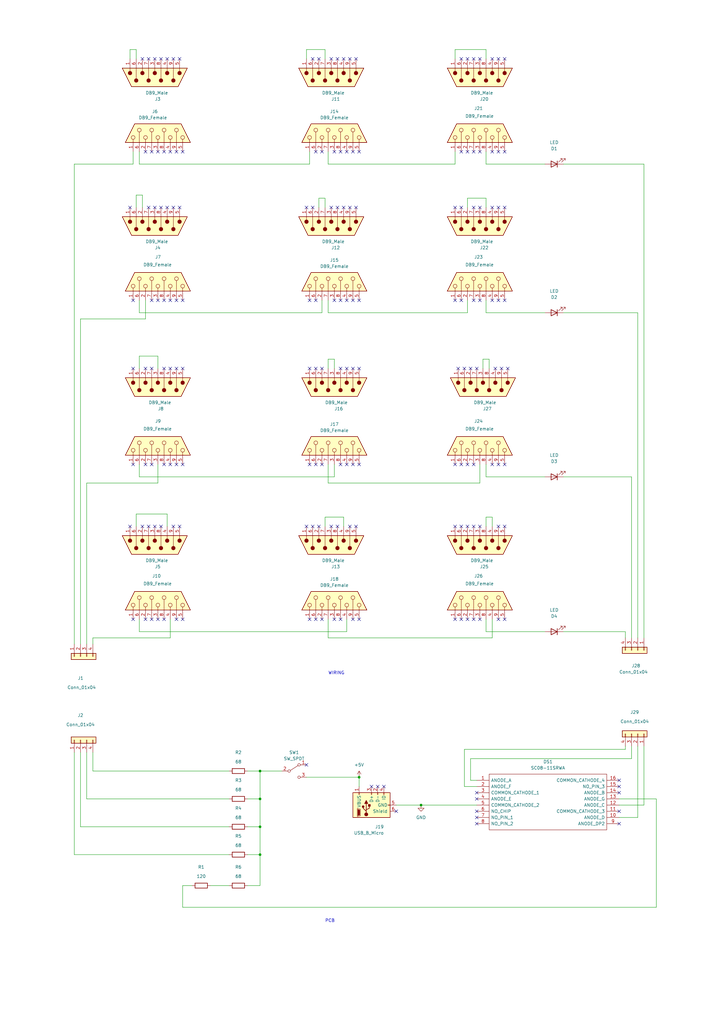
<source format=kicad_sch>
(kicad_sch (version 20211123) (generator eeschema)
  (paper "A3" portrait)
  (lib_symbols
    (symbol "Connector:DB9_Female" (pin_names (offset 1.016) hide)
      (property "Reference" "J" (at 0 13.97 0))
      (property "Value" "DB9_Female" (at 0 -14.605 0))
      (symbol "DB9_Female_0_1"
        (circle (center -1.778 -10.16) (radius 0.762))
        (circle (center -1.778 -5.08) (radius 0.762))
        (circle (center -1.778 0) (radius 0.762))
        (circle (center -1.778 5.08) (radius 0.762))
        (circle (center -1.778 10.16) (radius 0.762))
        (polyline (pts (xy -3.81 -10.16) (xy -2.54 -10.16)))
        (polyline (pts (xy -3.81 -7.62) (xy 0.508 -7.62)))
        (polyline (pts (xy -3.81 -5.08) (xy -2.54 -5.08)))
        (polyline (pts (xy -3.81 -2.54) (xy 0.508 -2.54)))
        (polyline (pts (xy -3.81 0) (xy -2.54 0)))
        (polyline (pts (xy -3.81 2.54) (xy 0.508 2.54)))
        (polyline (pts (xy -3.81 5.08) (xy -2.54 5.08)))
        (polyline (pts (xy -3.81 7.62) (xy 0.508 7.62)))
        (polyline (pts (xy -3.81 10.16) (xy -2.54 10.16)))
        (polyline (pts (xy -3.81 13.335) (xy -3.81 -13.335) (xy 3.81 -9.525) (xy 3.81 9.525) (xy -3.81 13.335)) (stroke (width 0.254)) (fill (type background)))
        (circle (center 1.27 -7.62) (radius 0.762))
        (circle (center 1.27 -2.54) (radius 0.762))
        (circle (center 1.27 2.54) (radius 0.762))
        (circle (center 1.27 7.62) (radius 0.762))
      )
      (symbol "DB9_Female_1_1"
        (pin passive line (at -7.62 10.16 0) (length 3.81) (name "1") (number "1"))
        (pin passive line (at -7.62 5.08 0) (length 3.81) (name "2") (number "2"))
        (pin passive line (at -7.62 0 0) (length 3.81) (name "3") (number "3"))
        (pin passive line (at -7.62 -5.08 0) (length 3.81) (name "4") (number "4"))
        (pin passive line (at -7.62 -10.16 0) (length 3.81) (name "5") (number "5"))
        (pin passive line (at -7.62 7.62 0) (length 3.81) (name "6") (number "6"))
        (pin passive line (at -7.62 2.54 0) (length 3.81) (name "7") (number "7"))
        (pin passive line (at -7.62 -2.54 0) (length 3.81) (name "8") (number "8"))
        (pin passive line (at -7.62 -7.62 0) (length 3.81) (name "9") (number "9"))
      )
    )
    (symbol "Connector:DB9_Male" (pin_names (offset 1.016) hide)
      (property "Reference" "J" (at 0 13.97 0))
      (property "Value" "DB9_Male" (at 0 -14.605 0))
      (symbol "DB9_Male_0_1"
        (circle (center -1.778 -10.16) (radius 0.762) (fill (type outline)))
        (circle (center -1.778 -5.08) (radius 0.762) (fill (type outline)))
        (circle (center -1.778 0) (radius 0.762) (fill (type outline)))
        (circle (center -1.778 5.08) (radius 0.762) (fill (type outline)))
        (circle (center -1.778 10.16) (radius 0.762) (fill (type outline)))
        (polyline (pts (xy -3.81 -10.16) (xy -2.54 -10.16)))
        (polyline (pts (xy -3.81 -7.62) (xy 0.508 -7.62)))
        (polyline (pts (xy -3.81 -5.08) (xy -2.54 -5.08)))
        (polyline (pts (xy -3.81 -2.54) (xy 0.508 -2.54)))
        (polyline (pts (xy -3.81 0) (xy -2.54 0)))
        (polyline (pts (xy -3.81 2.54) (xy 0.508 2.54)))
        (polyline (pts (xy -3.81 5.08) (xy -2.54 5.08)))
        (polyline (pts (xy -3.81 7.62) (xy 0.508 7.62)))
        (polyline (pts (xy -3.81 10.16) (xy -2.54 10.16)))
        (polyline (pts (xy -3.81 -13.335) (xy -3.81 13.335) (xy 3.81 9.525) (xy 3.81 -9.525) (xy -3.81 -13.335)) (stroke (width 0.254)) (fill (type background)))
        (circle (center 1.27 -7.62) (radius 0.762) (fill (type outline)))
        (circle (center 1.27 -2.54) (radius 0.762) (fill (type outline)))
        (circle (center 1.27 2.54) (radius 0.762) (fill (type outline)))
        (circle (center 1.27 7.62) (radius 0.762) (fill (type outline)))
      )
      (symbol "DB9_Male_1_1"
        (pin passive line (at -7.62 -10.16 0) (length 3.81) (name "1") (number "1"))
        (pin passive line (at -7.62 -5.08 0) (length 3.81) (name "2") (number "2"))
        (pin passive line (at -7.62 0 0) (length 3.81) (name "3") (number "3"))
        (pin passive line (at -7.62 5.08 0) (length 3.81) (name "4") (number "4"))
        (pin passive line (at -7.62 10.16 0) (length 3.81) (name "5") (number "5"))
        (pin passive line (at -7.62 -7.62 0) (length 3.81) (name "6") (number "6"))
        (pin passive line (at -7.62 -2.54 0) (length 3.81) (name "7") (number "7"))
        (pin passive line (at -7.62 2.54 0) (length 3.81) (name "8") (number "8"))
        (pin passive line (at -7.62 7.62 0) (length 3.81) (name "9") (number "9"))
      )
    )
    (symbol "Connector:USB_B_Micro" (pin_names (offset 1.016))
      (property "Reference" "J" (at -5.08 11.43 0))
      (property "Value" "USB_B_Micro" (at -5.08 8.89 0))
      (symbol "USB_B_Micro_0_1"
        (rectangle (start -5.08 -7.62) (end 5.08 7.62) (stroke (width 0.254)) (fill (type background)))
        (circle (center -3.81 2.159) (radius 0.635) (stroke (width 0.254)) (fill (type outline)))
        (circle (center -0.635 3.429) (radius 0.381) (stroke (width 0.254)) (fill (type outline)))
        (rectangle (start -0.127 -7.62) (end 0.127 -6.858))
        (polyline (pts (xy -1.905 2.159) (xy 0.635 2.159)) (stroke (width 0.254)))
        (polyline (pts (xy -3.175 2.159) (xy -2.54 2.159) (xy -1.27 3.429) (xy -0.635 3.429)) (stroke (width 0.254)))
        (polyline (pts (xy -2.54 2.159) (xy -1.905 2.159) (xy -1.27 0.889) (xy 0 0.889)) (stroke (width 0.254)))
        (polyline (pts (xy 0.635 2.794) (xy 0.635 1.524) (xy 1.905 2.159) (xy 0.635 2.794)) (stroke (width 0.254)) (fill (type outline)))
        (polyline (pts (xy -4.318 5.588) (xy -1.778 5.588) (xy -2.032 4.826) (xy -4.064 4.826) (xy -4.318 5.588)) (fill (type outline)))
        (polyline (pts (xy -4.699 5.842) (xy -4.699 5.588) (xy -4.445 4.826) (xy -4.445 4.572) (xy -1.651 4.572) (xy -1.651 4.826) (xy -1.397 5.588) (xy -1.397 5.842) (xy -4.699 5.842)))
        (rectangle (start 0.254 1.27) (end -0.508 0.508) (stroke (width 0.254)) (fill (type outline)))
        (rectangle (start 5.08 -5.207) (end 4.318 -4.953))
        (rectangle (start 5.08 -2.667) (end 4.318 -2.413))
        (rectangle (start 5.08 -0.127) (end 4.318 0.127))
        (rectangle (start 5.08 4.953) (end 4.318 5.207))
      )
      (symbol "USB_B_Micro_1_1"
        (pin power_out line (at 7.62 5.08 180) (length 2.54) (name "VBUS") (number "1"))
        (pin bidirectional line (at 7.62 -2.54 180) (length 2.54) (name "D-") (number "2"))
        (pin bidirectional line (at 7.62 0 180) (length 2.54) (name "D+") (number "3"))
        (pin passive line (at 7.62 -5.08 180) (length 2.54) (name "ID") (number "4"))
        (pin power_out line (at 0 -10.16 90) (length 2.54) (name "GND") (number "5"))
        (pin passive line (at -2.54 -10.16 90) (length 2.54) (name "Shield") (number "6"))
      )
    )
    (symbol "Connector_Generic:Conn_01x04" (pin_names (offset 1.016) hide)
      (property "Reference" "J" (at 0 5.08 0))
      (property "Value" "Conn_01x04" (at 0 -7.62 0))
      (symbol "Conn_01x04_1_1"
        (rectangle (start -1.27 -4.953) (end 0 -5.207) (stroke (width 0.1524)))
        (rectangle (start -1.27 -2.413) (end 0 -2.667) (stroke (width 0.1524)))
        (rectangle (start -1.27 0.127) (end 0 -0.127) (stroke (width 0.1524)))
        (rectangle (start -1.27 2.667) (end 0 2.413) (stroke (width 0.1524)))
        (rectangle (start -1.27 3.81) (end 1.27 -6.35) (stroke (width 0.254)) (fill (type background)))
        (pin passive line (at -5.08 2.54 0) (length 3.81) (name "Pin_1") (number "1"))
        (pin passive line (at -5.08 0 0) (length 3.81) (name "Pin_2") (number "2"))
        (pin passive line (at -5.08 -2.54 0) (length 3.81) (name "Pin_3") (number "3"))
        (pin passive line (at -5.08 -5.08 0) (length 3.81) (name "Pin_4") (number "4"))
      )
    )
    (symbol "Device:LED" (pin_numbers hide) (pin_names (offset 1.016) hide)
      (property "Reference" "D" (at 0 2.54 0))
      (property "Value" "LED" (at 0 -2.54 0))
      (symbol "LED_0_1"
        (polyline (pts (xy -1.27 -1.27) (xy -1.27 1.27)) (stroke (width 0.254)))
        (polyline (pts (xy -1.27 0) (xy 1.27 0)))
        (polyline (pts (xy 1.27 -1.27) (xy 1.27 1.27) (xy -1.27 0) (xy 1.27 -1.27)) (stroke (width 0.254)))
        (polyline (pts (xy -3.048 -0.762) (xy -4.572 -2.286) (xy -3.81 -2.286) (xy -4.572 -2.286) (xy -4.572 -1.524)))
        (polyline (pts (xy -1.778 -0.762) (xy -3.302 -2.286) (xy -2.54 -2.286) (xy -3.302 -2.286) (xy -3.302 -1.524)))
      )
      (symbol "LED_1_1"
        (pin passive line (at -3.81 0 0) (length 2.54) (name "K") (number "1"))
        (pin passive line (at 3.81 0 180) (length 2.54) (name "A") (number "2"))
      )
    )
    (symbol "Device:R" (pin_numbers hide) (pin_names (offset 0))
      (property "Reference" "R" (at 2.032 0 90))
      (property "Value" "R" (at 0 0 90))
      (symbol "R_0_1"
        (rectangle (start -1.016 -2.54) (end 1.016 2.54) (stroke (width 0.254)))
      )
      (symbol "R_1_1"
        (pin passive line (at 0 3.81 270) (length 1.27) (name "~") (number "1"))
        (pin passive line (at 0 -3.81 90) (length 1.27) (name "~") (number "2"))
      )
    )
    (symbol "Switch:SW_SPDT" (pin_names (offset 0) hide)
      (property "Reference" "SW" (at 0 4.318 0))
      (property "Value" "SW_SPDT" (at 0 -5.08 0))
      (symbol "SW_SPDT_0_0"
        (circle (center -2.032 0) (radius 0.508))
        (circle (center 2.032 -2.54) (radius 0.508))
      )
      (symbol "SW_SPDT_0_1"
        (polyline (pts (xy -1.524 0.254) (xy 1.651 2.286)))
        (circle (center 2.032 2.54) (radius 0.508))
      )
      (symbol "SW_SPDT_1_1"
        (pin passive line (at 5.08 2.54 180) (length 2.54) (name "A") (number "1"))
        (pin passive line (at -5.08 0 0) (length 2.54) (name "B") (number "2"))
        (pin passive line (at 5.08 -2.54 180) (length 2.54) (name "C") (number "3"))
      )
    )
    (symbol "_display_character:SC08-11SRWA" (pin_names (offset 0.762))
      (property "Reference" "DS" (at 24.13 7.62 0))
      (property "Value" "SC08-11SRWA" (at 24.13 5.08 0))
      (symbol "SC08-11SRWA_0_0"
        (pin passive line (at 0 0 0) (length 5.08) (name "ANODE_A") (number "1"))
        (pin passive line (at 58.42 -15.24 180) (length 5.08) (name "ANODE_D") (number "10"))
        (pin passive line (at 58.42 -12.7 180) (length 5.08) (name "COMMON_CATHODE_3") (number "11"))
        (pin passive line (at 58.42 -10.16 180) (length 5.08) (name "ANODE_C") (number "12"))
        (pin passive line (at 58.42 -7.62 180) (length 5.08) (name "ANODE_G") (number "13"))
        (pin passive line (at 58.42 -5.08 180) (length 5.08) (name "ANODE_B") (number "14"))
        (pin passive line (at 58.42 -2.54 180) (length 5.08) (name "NO_PIN_3") (number "15"))
        (pin passive line (at 58.42 0 180) (length 5.08) (name "COMMON_CATHODE_4") (number "16"))
        (pin passive line (at 0 -2.54 0) (length 5.08) (name "ANODE_F") (number "2"))
        (pin passive line (at 0 -5.08 0) (length 5.08) (name "COMMON_CATHODE_1") (number "3"))
        (pin passive line (at 0 -7.62 0) (length 5.08) (name "ANODE_E") (number "4"))
        (pin passive line (at 0 -10.16 0) (length 5.08) (name "COMMON_CATHODE_2") (number "5"))
        (pin passive line (at 0 -12.7 0) (length 5.08) (name "NO_CHIP") (number "6"))
        (pin passive line (at 0 -15.24 0) (length 5.08) (name "NO_PIN_1") (number "7"))
        (pin passive line (at 0 -17.78 0) (length 5.08) (name "NO_PIN_2") (number "8"))
        (pin passive line (at 58.42 -17.78 180) (length 5.08) (name "ANODE_DP2") (number "9"))
      )
      (symbol "SC08-11SRWA_0_1"
        (polyline (pts (xy 5.08 2.54) (xy 53.34 2.54) (xy 53.34 -20.32) (xy 5.08 -20.32) (xy 5.08 2.54)) (stroke (width 0.1524)))
      )
    )
    (symbol "power:+5V" (power) (pin_names (offset 0))
      (property "Value" "+5V" (at 0 3.556 0))
      (symbol "+5V_0_1"
        (polyline (pts (xy -0.762 1.27) (xy 0 2.54)))
        (polyline (pts (xy 0 0) (xy 0 2.54)))
        (polyline (pts (xy 0 2.54) (xy 0.762 1.27)))
      )
      (symbol "+5V_1_1"
        (pin power_in line (at 0 0 90) (length 0) hide (name "+5V") (number "1"))
      )
    )
    (symbol "power:GND" (power) (pin_names (offset 0))
      (property "Value" "GND" (at 0 -3.81 0))
      (symbol "GND_0_1"
        (polyline (pts (xy 0 0) (xy 0 -1.27) (xy 1.27 -1.27) (xy 0 -2.54) (xy -1.27 -1.27) (xy 0 -1.27)))
      )
      (symbol "GND_1_1"
        (pin power_in line (at 0 0 270) (length 0) hide (name "GND") (number "1"))
      )
    )
  )
  (junction (at 106.68 350.52))
  (junction (at 106.68 316.23))
  (junction (at 147.32 318.77))
  (junction (at 106.68 339.09))
  (junction (at 172.72 330.2))
  (junction (at 106.68 327.66))
  (no_connect (at 207.01 85.09))
  (no_connect (at 208.28 151.13))
  (no_connect (at 66.04 215.9))
  (no_connect (at 63.5 215.9))
  (no_connect (at 194.31 215.9))
  (no_connect (at 162.56 332.74))
  (no_connect (at 125.73 313.69))
  (no_connect (at 196.85 215.9))
  (no_connect (at 71.12 85.09))
  (no_connect (at 67.31 151.13))
  (no_connect (at 146.05 215.9))
  (no_connect (at 138.43 85.09))
  (no_connect (at 138.43 215.9))
  (no_connect (at 129.54 62.23))
  (no_connect (at 132.08 62.23))
  (no_connect (at 137.16 62.23))
  (no_connect (at 144.78 62.23))
  (no_connect (at 147.32 62.23))
  (no_connect (at 142.24 62.23))
  (no_connect (at 139.7 62.23))
  (no_connect (at 59.69 62.23))
  (no_connect (at 62.23 62.23))
  (no_connect (at 64.77 62.23))
  (no_connect (at 69.85 62.23))
  (no_connect (at 67.31 62.23))
  (no_connect (at 74.93 62.23))
  (no_connect (at 72.39 62.23))
  (no_connect (at 194.31 62.23))
  (no_connect (at 191.77 62.23))
  (no_connect (at 189.23 62.23))
  (no_connect (at 204.47 62.23))
  (no_connect (at 201.93 62.23))
  (no_connect (at 196.85 62.23))
  (no_connect (at 207.01 62.23))
  (no_connect (at 128.27 215.9))
  (no_connect (at 74.93 151.13))
  (no_connect (at 72.39 151.13))
  (no_connect (at 135.89 85.09))
  (no_connect (at 193.04 151.13))
  (no_connect (at 195.58 151.13))
  (no_connect (at 187.96 151.13))
  (no_connect (at 139.7 151.13))
  (no_connect (at 146.05 24.13))
  (no_connect (at 140.97 24.13))
  (no_connect (at 138.43 24.13))
  (no_connect (at 143.51 24.13))
  (no_connect (at 128.27 24.13))
  (no_connect (at 135.89 24.13))
  (no_connect (at 130.81 24.13))
  (no_connect (at 71.12 24.13))
  (no_connect (at 66.04 24.13))
  (no_connect (at 68.58 24.13))
  (no_connect (at 60.96 24.13))
  (no_connect (at 58.42 24.13))
  (no_connect (at 63.5 24.13))
  (no_connect (at 73.66 24.13))
  (no_connect (at 194.31 24.13))
  (no_connect (at 189.23 24.13))
  (no_connect (at 191.77 24.13))
  (no_connect (at 196.85 24.13))
  (no_connect (at 207.01 24.13))
  (no_connect (at 204.47 24.13))
  (no_connect (at 201.93 24.13))
  (no_connect (at 128.27 85.09))
  (no_connect (at 189.23 85.09))
  (no_connect (at 186.69 215.9))
  (no_connect (at 58.42 215.9))
  (no_connect (at 60.96 215.9))
  (no_connect (at 53.34 215.9))
  (no_connect (at 125.73 215.9))
  (no_connect (at 60.96 85.09))
  (no_connect (at 205.74 151.13))
  (no_connect (at 129.54 151.13))
  (no_connect (at 204.47 215.9))
  (no_connect (at 73.66 215.9))
  (no_connect (at 142.24 151.13))
  (no_connect (at 132.08 151.13))
  (no_connect (at 194.31 85.09))
  (no_connect (at 73.66 85.09))
  (no_connect (at 68.58 85.09))
  (no_connect (at 196.85 85.09))
  (no_connect (at 195.58 335.28))
  (no_connect (at 195.58 337.82))
  (no_connect (at 254 322.58))
  (no_connect (at 254 332.74))
  (no_connect (at 254 337.82))
  (no_connect (at 254 325.12))
  (no_connect (at 195.58 325.12))
  (no_connect (at 195.58 327.66))
  (no_connect (at 195.58 332.74))
  (no_connect (at 254 320.04))
  (no_connect (at 140.97 85.09))
  (no_connect (at 144.78 254))
  (no_connect (at 139.7 254))
  (no_connect (at 137.16 254))
  (no_connect (at 186.69 254))
  (no_connect (at 189.23 254))
  (no_connect (at 147.32 254))
  (no_connect (at 191.77 254))
  (no_connect (at 196.85 254))
  (no_connect (at 194.31 254))
  (no_connect (at 72.39 254))
  (no_connect (at 74.93 254))
  (no_connect (at 62.23 190.5))
  (no_connect (at 59.69 190.5))
  (no_connect (at 67.31 190.5))
  (no_connect (at 69.85 190.5))
  (no_connect (at 54.61 190.5))
  (no_connect (at 127 190.5))
  (no_connect (at 132.08 190.5))
  (no_connect (at 129.54 190.5))
  (no_connect (at 142.24 190.5))
  (no_connect (at 144.78 190.5))
  (no_connect (at 147.32 190.5))
  (no_connect (at 139.7 190.5))
  (no_connect (at 132.08 254))
  (no_connect (at 127 254))
  (no_connect (at 129.54 254))
  (no_connect (at 59.69 254))
  (no_connect (at 62.23 254))
  (no_connect (at 64.77 254))
  (no_connect (at 74.93 190.5))
  (no_connect (at 72.39 190.5))
  (no_connect (at 204.47 254))
  (no_connect (at 207.01 254))
  (no_connect (at 191.77 190.5))
  (no_connect (at 186.69 190.5))
  (no_connect (at 204.47 190.5))
  (no_connect (at 207.01 190.5))
  (no_connect (at 189.23 190.5))
  (no_connect (at 194.31 190.5))
  (no_connect (at 201.93 190.5))
  (no_connect (at 154.94 322.58))
  (no_connect (at 157.48 322.58))
  (no_connect (at 152.4 322.58))
  (no_connect (at 67.31 254))
  (no_connect (at 54.61 254))
  (no_connect (at 127 123.19))
  (no_connect (at 129.54 123.19))
  (no_connect (at 137.16 123.19))
  (no_connect (at 142.24 123.19))
  (no_connect (at 139.7 123.19))
  (no_connect (at 189.23 123.19))
  (no_connect (at 186.69 123.19))
  (no_connect (at 204.47 123.19))
  (no_connect (at 207.01 123.19))
  (no_connect (at 147.32 123.19))
  (no_connect (at 144.78 123.19))
  (no_connect (at 196.85 123.19))
  (no_connect (at 194.31 123.19))
  (no_connect (at 201.93 123.19))
  (no_connect (at 54.61 123.19))
  (no_connect (at 64.77 123.19))
  (no_connect (at 62.23 123.19))
  (no_connect (at 72.39 123.19))
  (no_connect (at 74.93 123.19))
  (no_connect (at 67.31 123.19))
  (no_connect (at 69.85 123.19))
  (no_connect (at 201.93 85.09))
  (no_connect (at 190.5 151.13))
  (no_connect (at 71.12 215.9))
  (no_connect (at 144.78 151.13))
  (no_connect (at 135.89 215.9))
  (no_connect (at 125.73 85.09))
  (no_connect (at 53.34 85.09))
  (no_connect (at 186.69 85.09))
  (no_connect (at 191.77 215.9))
  (no_connect (at 69.85 151.13))
  (no_connect (at 62.23 151.13))
  (no_connect (at 127 151.13))
  (no_connect (at 54.61 151.13))
  (no_connect (at 59.69 151.13))
  (no_connect (at 63.5 85.09))
  (no_connect (at 66.04 85.09))
  (no_connect (at 204.47 85.09))
  (no_connect (at 147.32 151.13))
  (no_connect (at 146.05 85.09))
  (no_connect (at 203.2 151.13))
  (no_connect (at 189.23 215.9))
  (no_connect (at 143.51 215.9))
  (no_connect (at 130.81 215.9))
  (no_connect (at 143.51 85.09))
  (no_connect (at 207.01 215.9))
  (wire (pts (xy 68.58 210.82) (xy 55.88 210.82)))
  (wire (pts (xy 132.08 128.27) (xy 132.08 123.19)))
  (wire (pts (xy 201.93 212.09) (xy 199.39 212.09)))
  (wire (pts (xy 33.02 339.09) (xy 93.98 339.09)))
  (wire (pts (xy 38.1 261.62) (xy 69.85 261.62)))
  (wire (pts (xy 101.6 327.66) (xy 106.68 327.66)))
  (wire (pts (xy 186.69 67.31) (xy 186.69 62.23)))
  (wire (pts (xy 35.56 327.66) (xy 93.98 327.66)))
  (wire (pts (xy 191.77 81.28) (xy 191.77 85.09)))
  (wire (pts (xy 86.36 363.22) (xy 93.98 363.22)))
  (wire (pts (xy 223.52 67.31) (xy 199.39 67.31)))
  (wire (pts (xy 101.6 316.23) (xy 106.68 316.23)))
  (wire (pts (xy 74.93 363.22) (xy 74.93 372.11)))
  (wire (pts (xy 54.61 67.31) (xy 30.48 67.31)))
  (wire (pts (xy 35.56 198.12) (xy 35.56 264.16)))
  (wire (pts (xy 198.12 151.13) (xy 198.12 147.32)))
  (wire (pts (xy 137.16 151.13) (xy 137.16 147.32)))
  (wire (pts (xy 130.81 81.28) (xy 130.81 85.09)))
  (wire (pts (xy 53.34 24.13) (xy 53.34 20.32)))
  (wire (pts (xy 264.16 67.31) (xy 264.16 261.62)))
  (wire (pts (xy 193.04 311.15) (xy 193.04 320.04)))
  (wire (pts (xy 261.62 335.28) (xy 254 335.28)))
  (wire (pts (xy 64.77 151.13) (xy 64.77 146.05)))
  (wire (pts (xy 261.62 128.27) (xy 261.62 261.62)))
  (wire (pts (xy 191.77 81.28) (xy 199.39 81.28)))
  (wire (pts (xy 57.15 67.31) (xy 127 67.31)))
  (wire (pts (xy 64.77 198.12) (xy 64.77 190.5)))
  (wire (pts (xy 231.14 128.27) (xy 261.62 128.27)))
  (wire (pts (xy 54.61 62.23) (xy 54.61 67.31)))
  (wire (pts (xy 30.48 67.31) (xy 30.48 264.16)))
  (wire (pts (xy 199.39 24.13) (xy 199.39 20.32)))
  (wire (pts (xy 78.74 363.22) (xy 74.93 363.22)))
  (wire (pts (xy 55.88 80.01) (xy 55.88 85.09)))
  (wire (pts (xy 57.15 195.58) (xy 137.16 195.58)))
  (wire (pts (xy 35.56 308.61) (xy 35.56 327.66)))
  (wire (pts (xy 134.62 67.31) (xy 186.69 67.31)))
  (wire (pts (xy 269.24 372.11) (xy 269.24 327.66)))
  (wire (pts (xy 38.1 261.62) (xy 38.1 264.16)))
  (wire (pts (xy 223.52 195.58) (xy 199.39 195.58)))
  (wire (pts (xy 134.62 261.62) (xy 201.93 261.62)))
  (wire (pts (xy 55.88 210.82) (xy 55.88 215.9)))
  (wire (pts (xy 57.15 254) (xy 57.15 259.08)))
  (wire (pts (xy 134.62 123.19) (xy 134.62 128.27)))
  (wire (pts (xy 231.14 67.31) (xy 264.16 67.31)))
  (wire (pts (xy 193.04 320.04) (xy 195.58 320.04)))
  (wire (pts (xy 59.69 130.81) (xy 59.69 123.19)))
  (wire (pts (xy 190.5 307.34) (xy 190.5 322.58)))
  (wire (pts (xy 101.6 350.52) (xy 106.68 350.52)))
  (wire (pts (xy 33.02 130.81) (xy 59.69 130.81)))
  (wire (pts (xy 134.62 62.23) (xy 134.62 67.31)))
  (wire (pts (xy 256.54 259.08) (xy 256.54 261.62)))
  (wire (pts (xy 186.69 20.32) (xy 199.39 20.32)))
  (wire (pts (xy 140.97 212.09) (xy 133.35 212.09)))
  (wire (pts (xy 125.73 20.32) (xy 133.35 20.32)))
  (wire (pts (xy 256.54 307.34) (xy 190.5 307.34)))
  (wire (pts (xy 261.62 306.07) (xy 261.62 335.28)))
  (wire (pts (xy 57.15 259.08) (xy 142.24 259.08)))
  (wire (pts (xy 106.68 363.22) (xy 106.68 350.52)))
  (wire (pts (xy 140.97 215.9) (xy 140.97 212.09)))
  (wire (pts (xy 134.62 254) (xy 134.62 261.62)))
  (wire (pts (xy 130.81 81.28) (xy 133.35 81.28)))
  (wire (pts (xy 147.32 318.77) (xy 147.32 322.58)))
  (wire (pts (xy 223.52 128.27) (xy 199.39 128.27)))
  (wire (pts (xy 172.72 330.2) (xy 195.58 330.2)))
  (wire (pts (xy 256.54 306.07) (xy 256.54 307.34)))
  (wire (pts (xy 30.48 308.61) (xy 30.48 350.52)))
  (wire (pts (xy 64.77 146.05) (xy 57.15 146.05)))
  (wire (pts (xy 134.62 128.27) (xy 191.77 128.27)))
  (wire (pts (xy 259.08 306.07) (xy 259.08 311.15)))
  (wire (pts (xy 199.39 128.27) (xy 199.39 123.19)))
  (wire (pts (xy 125.73 318.77) (xy 147.32 318.77)))
  (wire (pts (xy 133.35 24.13) (xy 133.35 20.32)))
  (wire (pts (xy 58.42 80.01) (xy 55.88 80.01)))
  (wire (pts (xy 33.02 308.61) (xy 33.02 339.09)))
  (wire (pts (xy 137.16 195.58) (xy 137.16 190.5)))
  (wire (pts (xy 53.34 20.32) (xy 55.88 20.32)))
  (wire (pts (xy 195.58 322.58) (xy 190.5 322.58)))
  (wire (pts (xy 58.42 80.01) (xy 58.42 85.09)))
  (wire (pts (xy 259.08 311.15) (xy 193.04 311.15)))
  (wire (pts (xy 106.68 339.09) (xy 106.68 327.66)))
  (wire (pts (xy 57.15 190.5) (xy 57.15 195.58)))
  (wire (pts (xy 106.68 327.66) (xy 106.68 316.23)))
  (wire (pts (xy 133.35 85.09) (xy 133.35 81.28)))
  (wire (pts (xy 198.12 147.32) (xy 200.66 147.32)))
  (wire (pts (xy 199.39 85.09) (xy 199.39 81.28)))
  (wire (pts (xy 264.16 306.07) (xy 264.16 330.2)))
  (wire (pts (xy 74.93 372.11) (xy 269.24 372.11)))
  (wire (pts (xy 186.69 24.13) (xy 186.69 20.32)))
  (wire (pts (xy 137.16 147.32) (xy 134.62 147.32)))
  (wire (pts (xy 57.15 123.19) (xy 57.15 128.27)))
  (wire (pts (xy 38.1 308.61) (xy 38.1 316.23)))
  (wire (pts (xy 64.77 198.12) (xy 35.56 198.12)))
  (wire (pts (xy 199.39 195.58) (xy 199.39 190.5)))
  (wire (pts (xy 57.15 128.27) (xy 132.08 128.27)))
  (wire (pts (xy 199.39 259.08) (xy 199.39 254)))
  (wire (pts (xy 38.1 316.23) (xy 93.98 316.23)))
  (wire (pts (xy 134.62 151.13) (xy 134.62 147.32)))
  (wire (pts (xy 33.02 130.81) (xy 33.02 264.16)))
  (wire (pts (xy 57.15 146.05) (xy 57.15 151.13)))
  (wire (pts (xy 101.6 339.09) (xy 106.68 339.09)))
  (wire (pts (xy 259.08 195.58) (xy 259.08 261.62)))
  (wire (pts (xy 134.62 198.12) (xy 196.85 198.12)))
  (wire (pts (xy 231.14 195.58) (xy 259.08 195.58)))
  (wire (pts (xy 125.73 24.13) (xy 125.73 20.32)))
  (wire (pts (xy 231.14 259.08) (xy 256.54 259.08)))
  (wire (pts (xy 57.15 62.23) (xy 57.15 67.31)))
  (wire (pts (xy 199.39 215.9) (xy 199.39 212.09)))
  (wire (pts (xy 30.48 350.52) (xy 93.98 350.52)))
  (wire (pts (xy 134.62 190.5) (xy 134.62 198.12)))
  (wire (pts (xy 68.58 215.9) (xy 68.58 210.82)))
  (wire (pts (xy 201.93 254) (xy 201.93 261.62)))
  (wire (pts (xy 106.68 316.23) (xy 115.57 316.23)))
  (wire (pts (xy 264.16 330.2) (xy 254 330.2)))
  (wire (pts (xy 133.35 215.9) (xy 133.35 212.09)))
  (wire (pts (xy 162.56 330.2) (xy 172.72 330.2)))
  (wire (pts (xy 55.88 20.32) (xy 55.88 24.13)))
  (wire (pts (xy 223.52 259.08) (xy 199.39 259.08)))
  (wire (pts (xy 191.77 128.27) (xy 191.77 123.19)))
  (wire (pts (xy 127 67.31) (xy 127 62.23)))
  (wire (pts (xy 201.93 215.9) (xy 201.93 212.09)))
  (wire (pts (xy 106.68 350.52) (xy 106.68 339.09)))
  (wire (pts (xy 269.24 327.66) (xy 254 327.66)))
  (wire (pts (xy 196.85 198.12) (xy 196.85 190.5)))
  (wire (pts (xy 199.39 67.31) (xy 199.39 62.23)))
  (wire (pts (xy 200.66 151.13) (xy 200.66 147.32)))
  (wire (pts (xy 69.85 254) (xy 69.85 261.62)))
  (wire (pts (xy 142.24 254) (xy 142.24 259.08)))
  (wire (pts (xy 101.6 363.22) (xy 106.68 363.22)))
  (text "WIRING" (at 134.62 276.86 0) (effects (font (size 1.27 1.27)) (justify left bottom)))
  (text "PCB" (at 133.35 378.46 0) (effects (font (size 1.27 1.27)) (justify left bottom)))
  (symbol (lib_id "Connector:DB9_Female") (at 64.77 246.38 90) (unit 1)
    (property "Reference" "J10" (at 66.04 236.22 90) (effects (justify left)))
    (property "Value" "DB9_Female" (at 70.485 239.3949 90) (effects (justify left)))
    (property "Datasheet" " ~" (effects hide))
  )
  (symbol (lib_id "Connector:DB9_Male") (at 135.89 31.75 270) (unit 1)
    (property "Reference" "J11" (at 135.89 40.64 90) (effects (justify left)))
    (property "Value" "DB9_Male" (at 132.08 38.1 90) (effects (justify left)))
    (property "Datasheet" " ~" (effects hide))
  )
  (symbol (lib_id "Connector:DB9_Female") (at 196.85 115.57 90) (unit 1)
    (property "Reference" "J23" (at 198.12 105.41 90) (effects (justify left)))
    (property "Value" "DB9_Female" (at 202.565 108.585 90) (effects (justify left)))
    (property "Datasheet" " ~" (effects hide))
  )
  (symbol (lib_id "Connector:DB9_Male") (at 63.5 223.52 270) (unit 1)
    (property "Reference" "J5" (at 63.5 232.41 90) (effects (justify left)))
    (property "Value" "DB9_Male" (at 59.69 229.87 90) (effects (justify left)))
    (property "Datasheet" " ~" (effects hide))
  )
  (symbol (lib_id "Connector:DB9_Male") (at 198.12 158.75 270) (unit 1)
    (property "Reference" "J27" (at 198.12 167.64 90) (effects (justify left)))
    (property "Value" "DB9_Male" (at 194.31 165.1 90) (effects (justify left)))
    (property "Datasheet" " ~" (effects hide))
  )
  (symbol (lib_id "Connector:DB9_Female") (at 137.16 54.61 90) (unit 1)
    (property "Reference" "J14" (at 137.16 45.72 90))
    (property "Value" "DB9_Female" (at 137.16 48.26 90))
    (property "Datasheet" " ~" (effects hide))
  )
  (symbol (lib_id "Device:LED") (at 227.33 259.08 180) (unit 1)
    (property "Reference" "D4" (at 227.33 252.73 0))
    (property "Value" "LED" (at 227.33 250.19 0))
  )
  (symbol (lib_id "Connector:DB9_Female") (at 196.85 54.61 90) (unit 1)
    (property "Reference" "J21" (at 198.12 44.45 90) (effects (justify left)))
    (property "Value" "DB9_Female" (at 202.565 47.625 90) (effects (justify left)))
    (property "Datasheet" " ~" (effects hide))
  )
  (symbol (lib_id "Connector:DB9_Female") (at 64.77 115.57 90) (unit 1)
    (property "Reference" "J7" (at 66.04 105.41 90) (effects (justify left)))
    (property "Value" "DB9_Female" (at 70.485 108.5849 90) (effects (justify left)))
    (property "Datasheet" " ~" (effects hide))
  )
  (symbol (lib_id "Device:LED") (at 227.33 195.58 180) (unit 1)
    (property "Reference" "D3" (at 227.33 189.23 0))
    (property "Value" "LED" (at 227.33 186.69 0))
  )
  (symbol (lib_id "Device:LED") (at 227.33 67.31 180) (unit 1)
    (property "Reference" "D1" (at 227.33 60.96 0))
    (property "Value" "LED" (at 227.33 58.42 0))
  )
  (symbol (lib_id "Connector:DB9_Female") (at 64.77 54.61 90) (unit 1)
    (property "Reference" "J6" (at 64.77 45.72 90) (effects (justify left)))
    (property "Value" "DB9_Female" (at 68.58 48.26 90) (effects (justify left)))
    (property "Datasheet" " ~" (effects hide))
  )
  (symbol (lib_id "Connector:DB9_Male") (at 196.85 31.75 270) (unit 1)
    (property "Reference" "J20" (at 196.85 40.64 90) (effects (justify left)))
    (property "Value" "DB9_Male" (at 193.04 38.1 90) (effects (justify left)))
    (property "Datasheet" " ~" (effects hide))
  )
  (symbol (lib_id "Connector:DB9_Female") (at 137.16 182.88 90) (unit 1)
    (property "Reference" "J17" (at 137.16 173.99 90))
    (property "Value" "DB9_Female" (at 137.16 176.53 90))
    (property "Datasheet" " ~" (effects hide))
  )
  (symbol (lib_id "Connector:DB9_Male") (at 196.85 92.71 270) (unit 1)
    (property "Reference" "J22" (at 196.85 101.6 90) (effects (justify left)))
    (property "Value" "DB9_Male" (at 193.04 99.06 90) (effects (justify left)))
    (property "Datasheet" " ~" (effects hide))
  )
  (symbol (lib_id "Connector:DB9_Female") (at 137.16 246.38 90) (unit 1)
    (property "Reference" "J18" (at 137.16 237.49 90))
    (property "Value" "DB9_Female" (at 137.16 240.03 90))
    (property "Datasheet" " ~" (effects hide))
  )
  (symbol (lib_id "Connector:DB9_Male") (at 63.5 31.75 270) (unit 1)
    (property "Reference" "J3" (at 63.5 40.64 90) (effects (justify left)))
    (property "Value" "DB9_Male" (at 59.69 38.1 90) (effects (justify left)))
    (property "Datasheet" " ~" (effects hide))
  )
  (symbol (lib_id "Connector:DB9_Female") (at 196.85 182.88 90) (unit 1)
    (property "Reference" "J24" (at 198.12 172.72 90) (effects (justify left)))
    (property "Value" "DB9_Female" (at 202.565 175.895 90) (effects (justify left)))
    (property "Datasheet" " ~" (effects hide))
  )
  (symbol (lib_id "power:+5V") (at 147.32 318.77 0) (unit 1)
    (property "Reference" "#PWR0101" (effects hide))
    (property "Value" "+5V" (at 147.32 313.69 0))
  )
  (symbol (lib_id "Connector_Generic:Conn_01x04") (at 261.62 300.99 270) (mirror x) (unit 1)
    (property "Reference" "J29" (at 260.35 292.1 90))
    (property "Value" "Conn_01x04" (at 260.35 295.91 90))
    (property "Footprint" "Connector_PinHeader_2.54mm:PinHeader_1x04_P2.54mm_Horizontal" (effects hide))
  )
  (symbol (lib_id "Connector:DB9_Female") (at 64.77 182.88 90) (unit 1)
    (property "Reference" "J9" (at 66.04 172.72 90) (effects (justify left)))
    (property "Value" "DB9_Female" (at 70.485 175.8949 90) (effects (justify left)))
    (property "Datasheet" " ~" (effects hide))
  )
  (symbol (lib_id "Connector:DB9_Male") (at 64.77 158.75 270) (unit 1)
    (property "Reference" "J8" (at 64.77 167.64 90) (effects (justify left)))
    (property "Value" "DB9_Male" (at 60.96 165.1 90) (effects (justify left)))
    (property "Datasheet" " ~" (effects hide))
  )
  (symbol (lib_id "Connector:DB9_Female") (at 196.85 246.38 90) (unit 1)
    (property "Reference" "J26" (at 198.12 236.22 90) (effects (justify left)))
    (property "Value" "DB9_Female" (at 202.565 239.395 90) (effects (justify left)))
    (property "Datasheet" " ~" (effects hide))
  )
  (symbol (lib_id "Device:R") (at 97.79 339.09 90) (unit 1)
    (property "Reference" "R4" (at 97.79 331.47 90))
    (property "Value" "68" (at 97.79 335.28 90))
    (property "Footprint" "Resistor_THT:R_Axial_DIN0411_L9.9mm_D3.6mm_P12.70mm_Horizontal" (effects hide))
  )
  (symbol (lib_id "Connector:DB9_Female") (at 137.16 115.57 90) (unit 1)
    (property "Reference" "J15" (at 137.16 106.68 90))
    (property "Value" "DB9_Female" (at 137.16 109.22 90))
    (property "Datasheet" " ~" (effects hide))
  )
  (symbol (lib_id "Connector:DB9_Male") (at 137.16 158.75 270) (unit 1)
    (property "Reference" "J16" (at 137.16 167.64 90) (effects (justify left)))
    (property "Value" "DB9_Male" (at 133.35 165.1 90) (effects (justify left)))
    (property "Datasheet" " ~" (effects hide))
  )
  (symbol (lib_id "Connector:DB9_Male") (at 135.89 223.52 270) (unit 1)
    (property "Reference" "J13" (at 135.89 232.41 90) (effects (justify left)))
    (property "Value" "DB9_Male" (at 132.08 229.87 90) (effects (justify left)))
    (property "Datasheet" " ~" (effects hide))
  )
  (symbol (lib_id "Switch:SW_SPDT") (at 120.65 316.23 0) (unit 1)
    (property "Reference" "SW1" (at 120.65 308.61 0))
    (property "Value" "SW_SPDT" (at 120.65 311.15 0))
    (property "Footprint" "footprint:SW_slide_SPDT_10x2.5mm" (effects hide))
  )
  (symbol (lib_id "power:GND") (at 172.72 330.2 0) (unit 1)
    (property "Reference" "#PWR0102" (effects hide))
    (property "Value" "GND" (at 172.72 335.28 0))
  )
  (symbol (lib_id "Connector:USB_B_Micro") (at 152.4 330.2 90) (unit 1)
    (property "Reference" "J19" (at 157.48 339.09 90) (effects (justify left)))
    (property "Value" "USB_B_Micro" (at 157.48 341.63 90) (effects (justify left)))
    (property "Footprint" "footprint:USB_micro-B_polulu-2586" (effects hide))
  )
  (symbol (lib_id "Device:R") (at 97.79 363.22 90) (unit 1)
    (property "Reference" "R6" (at 97.79 355.6 90))
    (property "Value" "68" (at 97.79 359.41 90))
    (property "Footprint" "Resistor_THT:R_Axial_DIN0411_L9.9mm_D3.6mm_P12.70mm_Horizontal" (effects hide))
  )
  (symbol (lib_id "Device:LED") (at 227.33 128.27 180) (unit 1)
    (property "Reference" "D2" (at 227.33 121.92 0))
    (property "Value" "LED" (at 227.33 119.38 0))
  )
  (symbol (lib_id "Connector_Generic:Conn_01x04") (at 33.02 303.53 90) (unit 1)
    (property "Reference" "J2" (at 33.02 293.37 90))
    (property "Value" "Conn_01x04" (at 33.02 297.18 90))
    (property "Footprint" "Connector_PinHeader_2.54mm:PinHeader_1x04_P2.54mm_Horizontal" (effects hide))
  )
  (symbol (lib_id "Connector:DB9_Male") (at 63.5 92.71 270) (unit 1)
    (property "Reference" "J4" (at 63.5 101.6 90) (effects (justify left)))
    (property "Value" "DB9_Male" (at 59.69 99.06 90) (effects (justify left)))
    (property "Datasheet" " ~" (effects hide))
  )
  (symbol (lib_id "Device:R") (at 82.55 363.22 90) (unit 1)
    (property "Reference" "R1" (at 82.55 355.6 90))
    (property "Value" "120" (at 82.55 359.41 90))
    (property "Footprint" "Resistor_THT:R_Axial_DIN0411_L9.9mm_D3.6mm_P12.70mm_Horizontal" (effects hide))
  )
  (symbol (lib_id "Connector_Generic:Conn_01x04") (at 33.02 269.24 90) (mirror x) (unit 1)
    (property "Reference" "J1" (at 34.29 278.13 90) (effects (justify left)))
    (property "Value" "Conn_01x04" (at 39.37 281.94 90) (effects (justify left)))
  )
  (symbol (lib_id "Device:R") (at 97.79 327.66 90) (unit 1)
    (property "Reference" "R3" (at 97.79 320.04 90))
    (property "Value" "68" (at 97.79 323.85 90))
    (property "Footprint" "Resistor_THT:R_Axial_DIN0411_L9.9mm_D3.6mm_P12.70mm_Horizontal" (effects hide))
  )
  (symbol (lib_id "_display_character:SC08-11SRWA") (at 195.58 320.04 0) (unit 1)
    (property "Reference" "DS1" (at 224.79 312.42 0))
    (property "Value" "SC08-11SRWA" (at 224.79 314.96 0))
    (property "Footprint" "footprint:SC08-11SRWA_DIPS1524W80P254L2770H865Q16N" (effects hide))
    (property "Datasheet" "http://www.kingbrightusa.com/images/catalog/SPEC/sc08-11srwa.pdf" (effects hide))
    (property "Description" "KINGBRIGHT - SC08-11SRWA - LED DISPLAY, 0.8\", RED, CC" (effects hide))
    (property "Height" "8.65" (effects hide))
    (property "Manufacturer_Name" "Kingbright" (effects hide))
    (property "Manufacturer_Part_Number" "SC08-11SRWA" (effects hide))
    (property "Mouser Part Number" "604-SC08-11SRWA" (effects hide))
    (property "Mouser Price/Stock" "https://www.mouser.co.uk/ProductDetail/Kingbright/SC08-11SRWA?qs=VdjlWU%2FzoOFI%252BOFj%2FDTEHg%3D%3D" (effects hide))
    (property "Arrow Part Number" "SC08-11SRWA" (effects hide))
    (property "Arrow Price/Stock" "http://www.arrow.com/en/products/sc08-11srwa/kingbright-corporation" (effects hide))
  )
  (symbol (lib_id "Connector:DB9_Male") (at 196.85 223.52 270) (unit 1)
    (property "Reference" "J25" (at 196.85 232.41 90) (effects (justify left)))
    (property "Value" "DB9_Male" (at 193.04 229.87 90) (effects (justify left)))
    (property "Datasheet" " ~" (effects hide))
  )
  (symbol (lib_id "Connector:DB9_Male") (at 135.89 92.71 270) (unit 1)
    (property "Reference" "J12" (at 135.89 101.6 90) (effects (justify left)))
    (property "Value" "DB9_Male" (at 132.08 99.06 90) (effects (justify left)))
    (property "Datasheet" " ~" (effects hide))
  )
  (symbol (lib_id "Device:R") (at 97.79 316.23 90) (unit 1)
    (property "Reference" "R2" (at 97.79 308.61 90))
    (property "Value" "68" (at 97.79 312.42 90))
    (property "Footprint" "Resistor_THT:R_Axial_DIN0411_L9.9mm_D3.6mm_P12.70mm_Horizontal" (effects hide))
  )
  (symbol (lib_id "Connector_Generic:Conn_01x04") (at 261.62 266.7 270) (unit 1)
    (property "Reference" "J28" (at 259.08 273.05 90) (effects (justify left)))
    (property "Value" "Conn_01x04" (at 254 275.59 90) (effects (justify left)))
  )
  (symbol (lib_id "Device:R") (at 97.79 350.52 90) (unit 1)
    (property "Reference" "R5" (at 97.79 342.9 90))
    (property "Value" "68" (at 97.79 346.71 90))
    (property "Footprint" "Resistor_THT:R_Axial_DIN0411_L9.9mm_D3.6mm_P12.70mm_Horizontal" (effects hide))
  )
)
</source>
